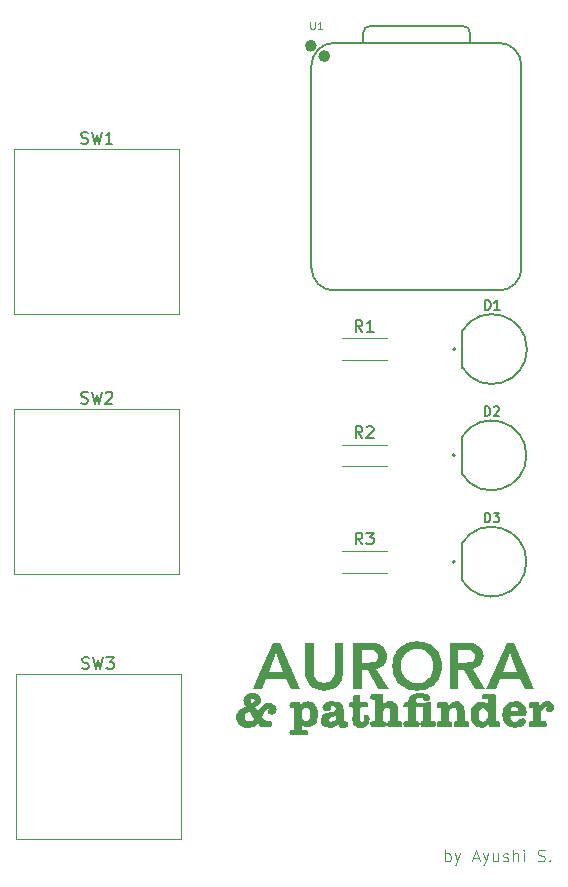
<source format=gbr>
%TF.GenerationSoftware,KiCad,Pcbnew,9.0.3*%
%TF.CreationDate,2025-07-19T15:28:30-07:00*%
%TF.ProjectId,ayushi_macropad,61797573-6869-45f6-9d61-63726f706164,rev?*%
%TF.SameCoordinates,Original*%
%TF.FileFunction,Legend,Top*%
%TF.FilePolarity,Positive*%
%FSLAX46Y46*%
G04 Gerber Fmt 4.6, Leading zero omitted, Abs format (unit mm)*
G04 Created by KiCad (PCBNEW 9.0.3) date 2025-07-19 15:28:30*
%MOMM*%
%LPD*%
G01*
G04 APERTURE LIST*
%ADD10C,0.100000*%
%ADD11C,0.200000*%
%ADD12C,0.150000*%
%ADD13C,0.101600*%
%ADD14C,0.127000*%
%ADD15C,0.120000*%
%ADD16C,0.504000*%
G04 APERTURE END LIST*
D10*
X149803884Y-129372419D02*
X149803884Y-128372419D01*
X149803884Y-128753371D02*
X149899122Y-128705752D01*
X149899122Y-128705752D02*
X150089598Y-128705752D01*
X150089598Y-128705752D02*
X150184836Y-128753371D01*
X150184836Y-128753371D02*
X150232455Y-128800990D01*
X150232455Y-128800990D02*
X150280074Y-128896228D01*
X150280074Y-128896228D02*
X150280074Y-129181942D01*
X150280074Y-129181942D02*
X150232455Y-129277180D01*
X150232455Y-129277180D02*
X150184836Y-129324800D01*
X150184836Y-129324800D02*
X150089598Y-129372419D01*
X150089598Y-129372419D02*
X149899122Y-129372419D01*
X149899122Y-129372419D02*
X149803884Y-129324800D01*
X150613408Y-128705752D02*
X150851503Y-129372419D01*
X151089598Y-128705752D02*
X150851503Y-129372419D01*
X150851503Y-129372419D02*
X150756265Y-129610514D01*
X150756265Y-129610514D02*
X150708646Y-129658133D01*
X150708646Y-129658133D02*
X150613408Y-129705752D01*
X152184837Y-129086704D02*
X152661027Y-129086704D01*
X152089599Y-129372419D02*
X152422932Y-128372419D01*
X152422932Y-128372419D02*
X152756265Y-129372419D01*
X152994361Y-128705752D02*
X153232456Y-129372419D01*
X153470551Y-128705752D02*
X153232456Y-129372419D01*
X153232456Y-129372419D02*
X153137218Y-129610514D01*
X153137218Y-129610514D02*
X153089599Y-129658133D01*
X153089599Y-129658133D02*
X152994361Y-129705752D01*
X154280075Y-128705752D02*
X154280075Y-129372419D01*
X153851504Y-128705752D02*
X153851504Y-129229561D01*
X153851504Y-129229561D02*
X153899123Y-129324800D01*
X153899123Y-129324800D02*
X153994361Y-129372419D01*
X153994361Y-129372419D02*
X154137218Y-129372419D01*
X154137218Y-129372419D02*
X154232456Y-129324800D01*
X154232456Y-129324800D02*
X154280075Y-129277180D01*
X154708647Y-129324800D02*
X154803885Y-129372419D01*
X154803885Y-129372419D02*
X154994361Y-129372419D01*
X154994361Y-129372419D02*
X155089599Y-129324800D01*
X155089599Y-129324800D02*
X155137218Y-129229561D01*
X155137218Y-129229561D02*
X155137218Y-129181942D01*
X155137218Y-129181942D02*
X155089599Y-129086704D01*
X155089599Y-129086704D02*
X154994361Y-129039085D01*
X154994361Y-129039085D02*
X154851504Y-129039085D01*
X154851504Y-129039085D02*
X154756266Y-128991466D01*
X154756266Y-128991466D02*
X154708647Y-128896228D01*
X154708647Y-128896228D02*
X154708647Y-128848609D01*
X154708647Y-128848609D02*
X154756266Y-128753371D01*
X154756266Y-128753371D02*
X154851504Y-128705752D01*
X154851504Y-128705752D02*
X154994361Y-128705752D01*
X154994361Y-128705752D02*
X155089599Y-128753371D01*
X155565790Y-129372419D02*
X155565790Y-128372419D01*
X155994361Y-129372419D02*
X155994361Y-128848609D01*
X155994361Y-128848609D02*
X155946742Y-128753371D01*
X155946742Y-128753371D02*
X155851504Y-128705752D01*
X155851504Y-128705752D02*
X155708647Y-128705752D01*
X155708647Y-128705752D02*
X155613409Y-128753371D01*
X155613409Y-128753371D02*
X155565790Y-128800990D01*
X156470552Y-129372419D02*
X156470552Y-128705752D01*
X156470552Y-128372419D02*
X156422933Y-128420038D01*
X156422933Y-128420038D02*
X156470552Y-128467657D01*
X156470552Y-128467657D02*
X156518171Y-128420038D01*
X156518171Y-128420038D02*
X156470552Y-128372419D01*
X156470552Y-128372419D02*
X156470552Y-128467657D01*
X157661028Y-129324800D02*
X157803885Y-129372419D01*
X157803885Y-129372419D02*
X158041980Y-129372419D01*
X158041980Y-129372419D02*
X158137218Y-129324800D01*
X158137218Y-129324800D02*
X158184837Y-129277180D01*
X158184837Y-129277180D02*
X158232456Y-129181942D01*
X158232456Y-129181942D02*
X158232456Y-129086704D01*
X158232456Y-129086704D02*
X158184837Y-128991466D01*
X158184837Y-128991466D02*
X158137218Y-128943847D01*
X158137218Y-128943847D02*
X158041980Y-128896228D01*
X158041980Y-128896228D02*
X157851504Y-128848609D01*
X157851504Y-128848609D02*
X157756266Y-128800990D01*
X157756266Y-128800990D02*
X157708647Y-128753371D01*
X157708647Y-128753371D02*
X157661028Y-128658133D01*
X157661028Y-128658133D02*
X157661028Y-128562895D01*
X157661028Y-128562895D02*
X157708647Y-128467657D01*
X157708647Y-128467657D02*
X157756266Y-128420038D01*
X157756266Y-128420038D02*
X157851504Y-128372419D01*
X157851504Y-128372419D02*
X158089599Y-128372419D01*
X158089599Y-128372419D02*
X158232456Y-128420038D01*
X158661028Y-129277180D02*
X158708647Y-129324800D01*
X158708647Y-129324800D02*
X158661028Y-129372419D01*
X158661028Y-129372419D02*
X158613409Y-129324800D01*
X158613409Y-129324800D02*
X158661028Y-129277180D01*
X158661028Y-129277180D02*
X158661028Y-129372419D01*
D11*
G36*
X133692923Y-115137312D02*
G01*
X133866133Y-115192573D01*
X134010790Y-115281102D01*
X134101839Y-115370228D01*
X134164871Y-115468243D01*
X134202758Y-115577118D01*
X134215771Y-115700040D01*
X134193652Y-115856232D01*
X134127187Y-115999889D01*
X134010973Y-116135830D01*
X133901924Y-116224543D01*
X133730887Y-116341177D01*
X133985877Y-116681163D01*
X134019583Y-116605692D01*
X134110352Y-116420956D01*
X134184446Y-116299228D01*
X134268184Y-116198429D01*
X134369611Y-116111241D01*
X134490727Y-116037095D01*
X134621631Y-115981706D01*
X134752827Y-115949152D01*
X134885851Y-115938360D01*
X135060045Y-115957149D01*
X135212605Y-116011653D01*
X135348386Y-116102124D01*
X135456803Y-116221668D01*
X135519425Y-116352914D01*
X135540544Y-116500912D01*
X135526456Y-116619037D01*
X135485326Y-116722817D01*
X135416163Y-116815802D01*
X135326659Y-116888560D01*
X135227410Y-116931309D01*
X135114829Y-116945861D01*
X134992344Y-116924792D01*
X134887133Y-116861964D01*
X134832363Y-116800777D01*
X134800826Y-116734309D01*
X134790230Y-116660097D01*
X134799737Y-116600388D01*
X134828332Y-116546707D01*
X134853428Y-116513185D01*
X134861854Y-116479663D01*
X134852439Y-116462010D01*
X134815509Y-116454384D01*
X134728565Y-116473257D01*
X134639245Y-116535084D01*
X134543117Y-116656067D01*
X134438907Y-116834675D01*
X134296554Y-117113839D01*
X134334656Y-117164947D01*
X134458952Y-117317083D01*
X134533958Y-117385865D01*
X134605537Y-117426840D01*
X134694502Y-117452993D01*
X134805251Y-117462435D01*
X134947308Y-117476913D01*
X135045079Y-117514823D01*
X135110717Y-117571978D01*
X135150937Y-117650234D01*
X135165570Y-117756992D01*
X135149023Y-117861960D01*
X135102189Y-117942006D01*
X135030528Y-117995501D01*
X134941538Y-118013447D01*
X134795725Y-117998609D01*
X134649912Y-117983954D01*
X134459586Y-117996594D01*
X134332824Y-118009234D01*
X134248162Y-117994831D01*
X134168143Y-117950432D01*
X134045411Y-117815976D01*
X133944112Y-117698374D01*
X133840747Y-117817202D01*
X133727962Y-117908589D01*
X133604675Y-117975345D01*
X133454069Y-118029127D01*
X133299504Y-118061278D01*
X133139576Y-118072065D01*
X132925148Y-118054621D01*
X132734826Y-118004259D01*
X132564352Y-117922246D01*
X132410511Y-117807550D01*
X132280755Y-117665369D01*
X132190344Y-117510873D01*
X132135894Y-117341211D01*
X132117236Y-117152124D01*
X132117609Y-117147911D01*
X132832379Y-117147911D01*
X132844864Y-117249700D01*
X132880752Y-117335322D01*
X132940457Y-117408579D01*
X133017994Y-117463491D01*
X133110974Y-117497358D01*
X133223656Y-117509330D01*
X133346550Y-117496853D01*
X133437796Y-117463168D01*
X133521584Y-117402705D01*
X133635266Y-117286763D01*
X133194347Y-116660280D01*
X132992728Y-116813146D01*
X132900889Y-116906294D01*
X132850811Y-117007358D01*
X132832379Y-117147911D01*
X132117609Y-117147911D01*
X132132479Y-116980163D01*
X132176410Y-116829059D01*
X132248105Y-116694854D01*
X132349019Y-116574724D01*
X132482868Y-116467206D01*
X132823220Y-116269736D01*
X132907301Y-116227787D01*
X132801335Y-116036956D01*
X132744353Y-115872690D01*
X132726866Y-115729166D01*
X132729677Y-115701688D01*
X133348220Y-115701688D01*
X133359227Y-115775920D01*
X133395875Y-115863153D01*
X133466006Y-115967669D01*
X133563447Y-115921898D01*
X133626829Y-115865335D01*
X133663732Y-115797449D01*
X133676482Y-115714328D01*
X133664162Y-115645228D01*
X133628122Y-115589764D01*
X133574172Y-115552352D01*
X133508138Y-115539755D01*
X133417542Y-115558652D01*
X133367078Y-115609568D01*
X133348220Y-115701688D01*
X132729677Y-115701688D01*
X132740318Y-115597652D01*
X132779273Y-115482276D01*
X132843622Y-115379570D01*
X132935877Y-115287330D01*
X133083777Y-115195764D01*
X133263728Y-115138244D01*
X133483958Y-115117704D01*
X133692923Y-115137312D01*
G37*
G36*
X138400878Y-115840232D02*
G01*
X138559983Y-115895324D01*
X138699783Y-115986052D01*
X138823534Y-116116046D01*
X138918187Y-116267559D01*
X138988702Y-116446577D01*
X139033600Y-116658176D01*
X139049581Y-116908492D01*
X139033237Y-117167538D01*
X138987409Y-117385648D01*
X138915616Y-117569340D01*
X138819504Y-117724019D01*
X138693407Y-117856709D01*
X138550759Y-117949355D01*
X138388212Y-118005638D01*
X138200348Y-118025170D01*
X138051107Y-118010206D01*
X137920263Y-117966919D01*
X137831994Y-117916689D01*
X137677547Y-117809199D01*
X137677547Y-118137095D01*
X137690724Y-118215134D01*
X137723695Y-118255044D01*
X137778297Y-118268803D01*
X137874651Y-118256346D01*
X137983644Y-118247920D01*
X138069254Y-118261997D01*
X138126371Y-118300222D01*
X138162609Y-118364404D01*
X138176535Y-118465724D01*
X138159027Y-118579096D01*
X138112222Y-118653340D01*
X138035380Y-118699415D01*
X137916233Y-118716866D01*
X137685423Y-118701113D01*
X137303489Y-118681695D01*
X136946650Y-118713019D01*
X136870996Y-118716866D01*
X136771056Y-118697166D01*
X136690561Y-118638647D01*
X136637663Y-118551199D01*
X136619120Y-118437697D01*
X136633994Y-118326859D01*
X136672498Y-118257111D01*
X136732687Y-118215921D01*
X136822269Y-118200842D01*
X136884368Y-118215130D01*
X136954893Y-118233815D01*
X136988713Y-118217515D01*
X137016240Y-118153462D01*
X137029448Y-117994213D01*
X137029448Y-116920949D01*
X137685973Y-116920949D01*
X137697685Y-117096157D01*
X137729581Y-117234059D01*
X137778114Y-117341901D01*
X137849567Y-117431047D01*
X137930717Y-117480910D01*
X138025593Y-117497606D01*
X138123439Y-117480825D01*
X138207313Y-117430820D01*
X138281315Y-117341901D01*
X138332174Y-117233752D01*
X138365468Y-117095851D01*
X138377669Y-116920949D01*
X138365764Y-116748807D01*
X138333196Y-116612237D01*
X138283330Y-116504392D01*
X138210768Y-116415213D01*
X138128930Y-116365354D01*
X138033836Y-116348688D01*
X137933243Y-116365361D01*
X137849506Y-116414338D01*
X137778114Y-116500179D01*
X137729851Y-116605395D01*
X137697831Y-116742905D01*
X137685973Y-116920949D01*
X137029448Y-116920949D01*
X137029448Y-116602395D01*
X137016761Y-116442126D01*
X136990541Y-116378478D01*
X136958923Y-116362609D01*
X136884368Y-116386240D01*
X136818056Y-116395765D01*
X136730566Y-116380896D01*
X136671611Y-116340179D01*
X136633770Y-116270990D01*
X136619120Y-116160743D01*
X136636382Y-116047545D01*
X136685432Y-115959426D01*
X136761085Y-115899663D01*
X136855425Y-115879741D01*
X136885101Y-115879741D01*
X137032745Y-115904837D01*
X137155111Y-115914912D01*
X137382990Y-115894945D01*
X137463224Y-115884870D01*
X137519807Y-115899748D01*
X137554620Y-115943671D01*
X137568736Y-116031050D01*
X137568736Y-116156346D01*
X137710956Y-116005903D01*
X137864241Y-115903032D01*
X138031406Y-115841925D01*
X138217201Y-115821123D01*
X138400878Y-115840232D01*
G37*
G36*
X140606733Y-115839726D02*
G01*
X140824670Y-115888504D01*
X140979405Y-115959426D01*
X141078244Y-116044540D01*
X141151798Y-116160595D01*
X141199906Y-116315449D01*
X141217725Y-116520512D01*
X141217725Y-117386964D01*
X141228036Y-117471254D01*
X141251474Y-117509511D01*
X141285319Y-117521053D01*
X141348700Y-117521053D01*
X141378192Y-117521053D01*
X141468156Y-117537778D01*
X141542873Y-117587548D01*
X141593534Y-117661060D01*
X141610467Y-117749298D01*
X141596948Y-117834247D01*
X141556833Y-117907806D01*
X141486453Y-117973330D01*
X141399909Y-118020189D01*
X141295663Y-118049782D01*
X141169548Y-118060341D01*
X141004353Y-118041100D01*
X140877647Y-117987968D01*
X140780196Y-117902898D01*
X140707562Y-117781172D01*
X140552119Y-117904352D01*
X140385987Y-117990640D01*
X140206546Y-118042612D01*
X140010188Y-118060341D01*
X139795267Y-118039250D01*
X139621732Y-117980346D01*
X139480792Y-117886502D01*
X139394924Y-117792996D01*
X139333925Y-117686507D01*
X139296413Y-117564447D01*
X139283321Y-117423051D01*
X139290165Y-117353808D01*
X139955233Y-117353808D01*
X139969602Y-117437298D01*
X140009076Y-117493773D01*
X140076460Y-117530183D01*
X140184211Y-117544317D01*
X140326572Y-117527331D01*
X140427784Y-117481758D01*
X140498799Y-117410199D01*
X140544223Y-117307737D01*
X140561200Y-117163115D01*
X140561200Y-117071891D01*
X140188241Y-117175389D01*
X140043381Y-117229323D01*
X139975310Y-117288519D01*
X139955233Y-117353808D01*
X139290165Y-117353808D01*
X139300289Y-117251382D01*
X139347430Y-117114604D01*
X139422204Y-117005161D01*
X139526388Y-116918319D01*
X139665806Y-116852805D01*
X139836751Y-116803878D01*
X140044260Y-116760664D01*
X140317228Y-116700037D01*
X140449825Y-116645259D01*
X140509251Y-116594346D01*
X140544533Y-116529456D01*
X140556987Y-116445957D01*
X140537042Y-116358437D01*
X140475471Y-116284757D01*
X140386115Y-116236621D01*
X140272871Y-116219727D01*
X140188927Y-116232075D01*
X140148211Y-116261648D01*
X140134935Y-116307838D01*
X140139148Y-116366639D01*
X140139148Y-116383492D01*
X140128362Y-116457201D01*
X140096406Y-116522089D01*
X140040963Y-116580779D01*
X139933160Y-116639787D01*
X139796598Y-116660464D01*
X139689174Y-116648704D01*
X139598500Y-116615073D01*
X139520908Y-116559897D01*
X139460419Y-116486904D01*
X139424588Y-116404049D01*
X139412281Y-116308021D01*
X139426631Y-116202590D01*
X139468872Y-116110039D01*
X139541279Y-116026765D01*
X139650418Y-115951366D01*
X139814808Y-115883321D01*
X140029414Y-115837947D01*
X140306577Y-115821123D01*
X140606733Y-115839726D01*
G37*
G36*
X142629143Y-116458597D02*
G01*
X142629143Y-116630605D01*
X142624930Y-116890724D01*
X142616503Y-117171908D01*
X142612290Y-117285298D01*
X142625458Y-117407067D01*
X142658106Y-117479465D01*
X142705605Y-117519082D01*
X142771842Y-117532777D01*
X142835401Y-117520131D01*
X142880407Y-117483966D01*
X142910932Y-117418825D01*
X142923150Y-117310394D01*
X142918937Y-117260019D01*
X142918937Y-117205614D01*
X142914724Y-117163665D01*
X142930243Y-117060723D01*
X142971496Y-116993778D01*
X143038649Y-116952584D01*
X143142053Y-116937069D01*
X143232472Y-116952018D01*
X143301788Y-116994680D01*
X143355329Y-117068358D01*
X143392531Y-117184116D01*
X143407117Y-117358754D01*
X143393509Y-117521829D01*
X143355058Y-117659216D01*
X143293698Y-117775648D01*
X143209098Y-117874595D01*
X143105355Y-117952882D01*
X142981611Y-118010634D01*
X142833908Y-118047279D01*
X142657170Y-118060341D01*
X142462404Y-118043612D01*
X142309115Y-117997665D01*
X142188584Y-117926251D01*
X142094674Y-117829353D01*
X142024513Y-117703206D01*
X141978893Y-117540793D01*
X141962177Y-117332559D01*
X141972618Y-116981215D01*
X141983243Y-116629689D01*
X141983243Y-116495966D01*
X141976946Y-116401311D01*
X141964192Y-116364258D01*
X141936702Y-116345314D01*
X141873700Y-116336964D01*
X141806289Y-116336964D01*
X141733553Y-116321595D01*
X141675680Y-116275598D01*
X141638430Y-116207279D01*
X141625122Y-116116779D01*
X141638623Y-116025250D01*
X141677695Y-115949717D01*
X141736678Y-115896295D01*
X141801709Y-115879741D01*
X141881577Y-115879741D01*
X141965886Y-115862750D01*
X141999363Y-115820940D01*
X142012002Y-115707916D01*
X142012002Y-115502386D01*
X142022191Y-115408017D01*
X142048844Y-115343796D01*
X142089305Y-115301252D01*
X142184192Y-115263273D01*
X142371039Y-115246664D01*
X142503892Y-115259471D01*
X142569426Y-115288613D01*
X142605729Y-115346358D01*
X142621632Y-115472894D01*
X142621632Y-115699490D01*
X142629318Y-115809034D01*
X142644713Y-115850432D01*
X142678636Y-115870378D01*
X142764148Y-115879741D01*
X143066032Y-115879741D01*
X143179755Y-115896099D01*
X143252722Y-115939105D01*
X143296882Y-116007967D01*
X143313328Y-116112566D01*
X143298082Y-116214800D01*
X143257660Y-116281076D01*
X143192112Y-116321702D01*
X143091495Y-116336964D01*
X142750959Y-116336964D01*
X142673787Y-116346450D01*
X142645812Y-116366456D01*
X142634031Y-116400377D01*
X142629143Y-116458597D01*
G37*
G36*
X144526727Y-115310228D02*
G01*
X144526727Y-116071716D01*
X144705419Y-115933283D01*
X144831359Y-115862339D01*
X144962808Y-115823715D01*
X145135990Y-115809399D01*
X145330885Y-115826977D01*
X145483337Y-115875231D01*
X145602480Y-115950414D01*
X145694513Y-116053032D01*
X145750570Y-116168612D01*
X145789568Y-116336635D01*
X145804605Y-116574185D01*
X145804605Y-117296838D01*
X145818231Y-117433068D01*
X145847727Y-117490952D01*
X145886854Y-117506948D01*
X145944556Y-117502369D01*
X146010319Y-117497606D01*
X146090111Y-117511096D01*
X146143793Y-117547985D01*
X146178187Y-117610551D01*
X146191486Y-117710097D01*
X146173274Y-117846814D01*
X146126206Y-117932673D01*
X146052816Y-117983244D01*
X145943824Y-118001723D01*
X145733897Y-117984138D01*
X145523970Y-117966552D01*
X145324485Y-117984138D01*
X145125183Y-118001723D01*
X145029470Y-117983328D01*
X144955190Y-117929549D01*
X144907277Y-117848182D01*
X144890160Y-117738490D01*
X144902589Y-117634441D01*
X144934559Y-117567990D01*
X144983198Y-117527669D01*
X145052826Y-117509330D01*
X145115721Y-117499300D01*
X145142585Y-117475807D01*
X145154604Y-117436242D01*
X145159804Y-117362601D01*
X145159804Y-116720547D01*
X145146281Y-116581516D01*
X145111106Y-116486701D01*
X145058676Y-116423856D01*
X144987830Y-116385848D01*
X144892175Y-116372135D01*
X144763011Y-116391315D01*
X144666553Y-116444843D01*
X144594417Y-116534279D01*
X144545592Y-116670573D01*
X144526727Y-116871856D01*
X144526727Y-117367547D01*
X144533062Y-117446987D01*
X144546144Y-117478738D01*
X144575064Y-117496642D01*
X144651290Y-117514459D01*
X144722538Y-117544758D01*
X144767054Y-117609329D01*
X144784647Y-117724385D01*
X144767502Y-117854830D01*
X144723317Y-117936450D01*
X144654736Y-117984298D01*
X144553288Y-118001723D01*
X144372121Y-117984138D01*
X144132336Y-117966552D01*
X143942925Y-117979741D01*
X143728419Y-118001723D01*
X143624462Y-117981938D01*
X143543222Y-117924054D01*
X143490159Y-117837197D01*
X143471598Y-117724752D01*
X143486532Y-117612695D01*
X143525133Y-117542314D01*
X143585332Y-117500852D01*
X143674747Y-117485699D01*
X143743073Y-117497606D01*
X143811584Y-117509330D01*
X143843286Y-117493705D01*
X143869358Y-117431610D01*
X143881926Y-117276139D01*
X143881926Y-115888351D01*
X143869331Y-115732785D01*
X143843198Y-115670627D01*
X143811400Y-115654977D01*
X143736845Y-115672013D01*
X143670533Y-115680622D01*
X143582862Y-115665833D01*
X143523918Y-115625410D01*
X143486182Y-115556907D01*
X143471598Y-115447981D01*
X143490259Y-115330813D01*
X143542855Y-115242817D01*
X143623763Y-115184491D01*
X143727137Y-115164598D01*
X143886139Y-115176322D01*
X144045324Y-115188046D01*
X144269173Y-115176322D01*
X144413703Y-115164598D01*
X144475116Y-115179910D01*
X144512027Y-115224131D01*
X144526727Y-115310228D01*
G37*
G36*
X148214916Y-115815811D02*
G01*
X148090306Y-115797106D01*
X147994914Y-115744370D01*
X147930581Y-115662568D01*
X147909002Y-115559173D01*
X147797408Y-115518101D01*
X147682772Y-115504584D01*
X147538408Y-115518349D01*
X147440334Y-115554055D01*
X147375680Y-115607023D01*
X147336796Y-115678193D01*
X147322819Y-115773862D01*
X147322819Y-115824420D01*
X147332433Y-115870660D01*
X147359561Y-115901153D01*
X147408731Y-115919125D01*
X147533858Y-115928655D01*
X147909368Y-115933780D01*
X148357615Y-115917110D01*
X148483461Y-115912897D01*
X148533653Y-115904288D01*
X148581607Y-115917504D01*
X148611735Y-115957309D01*
X148624145Y-116038011D01*
X148624145Y-117296106D01*
X148637832Y-117434587D01*
X148667385Y-117493213D01*
X148706393Y-117509330D01*
X148784795Y-117502185D01*
X148850558Y-117497606D01*
X148919210Y-117510452D01*
X148966874Y-117546553D01*
X148998518Y-117610104D01*
X149011025Y-117714127D01*
X148993484Y-117849983D01*
X148948448Y-117934577D01*
X148878969Y-117983858D01*
X148776735Y-118001723D01*
X148534019Y-117980474D01*
X148278663Y-117967651D01*
X148086322Y-117984687D01*
X147902224Y-118001723D01*
X147821446Y-117985590D01*
X147764175Y-117939398D01*
X147725280Y-117856078D01*
X147709699Y-117717241D01*
X147720909Y-117615317D01*
X147748784Y-117554462D01*
X147789561Y-117520964D01*
X147846720Y-117509330D01*
X147875662Y-117513543D01*
X147904788Y-117513543D01*
X147937171Y-117503614D01*
X147958521Y-117472281D01*
X147967620Y-117406015D01*
X147967620Y-117277604D01*
X147967620Y-116478564D01*
X147949645Y-116383472D01*
X147905338Y-116341910D01*
X147776378Y-116329453D01*
X147564070Y-116329453D01*
X147464235Y-116329453D01*
X147379683Y-116339361D01*
X147345717Y-116360778D01*
X147330566Y-116405544D01*
X147322819Y-116529488D01*
X147322819Y-117284199D01*
X147338319Y-117462571D01*
X147365317Y-117505116D01*
X147407998Y-117513543D01*
X147442254Y-117513543D01*
X147476325Y-117509330D01*
X147528153Y-117520891D01*
X147566281Y-117555132D01*
X147593179Y-117619536D01*
X147604187Y-117730064D01*
X147590564Y-117841401D01*
X147553079Y-117925336D01*
X147492725Y-117983006D01*
X147416608Y-118001723D01*
X147211261Y-117976261D01*
X147005730Y-117967651D01*
X146720516Y-117980474D01*
X146502529Y-118001723D01*
X146407309Y-117982133D01*
X146332719Y-117924054D01*
X146284868Y-117837174D01*
X146267690Y-117720539D01*
X146281987Y-117609539D01*
X146318675Y-117540467D01*
X146375228Y-117500265D01*
X146458382Y-117485699D01*
X146566277Y-117505849D01*
X146599249Y-117509330D01*
X146635613Y-117492834D01*
X146664392Y-117429963D01*
X146678018Y-117276688D01*
X146678018Y-116433318D01*
X146672923Y-116376492D01*
X146661348Y-116348138D01*
X146637967Y-116332155D01*
X146586793Y-116325240D01*
X146458199Y-116325240D01*
X146372753Y-116311722D01*
X146316398Y-116275369D01*
X146281125Y-116215168D01*
X146267690Y-116121175D01*
X146282276Y-116014073D01*
X146320157Y-115946399D01*
X146379673Y-115906226D01*
X146468640Y-115891465D01*
X146573421Y-115891465D01*
X146644465Y-115884178D01*
X146673804Y-115868567D01*
X146688911Y-115837254D01*
X146699084Y-115761955D01*
X146723707Y-115596172D01*
X146780512Y-115460367D01*
X146868865Y-115348100D01*
X146992784Y-115255940D01*
X147160407Y-115183958D01*
X147383170Y-115135688D01*
X147675078Y-115117704D01*
X147948384Y-115132776D01*
X148156982Y-115173082D01*
X148313834Y-115232742D01*
X148419299Y-115300365D01*
X148488509Y-115375070D01*
X148528535Y-115457956D01*
X148542079Y-115552395D01*
X148531678Y-115626121D01*
X148501393Y-115688593D01*
X148449755Y-115742721D01*
X148347872Y-115796623D01*
X148214916Y-115815811D01*
G37*
G36*
X150010467Y-115997161D02*
G01*
X150010467Y-116198845D01*
X150186036Y-116026355D01*
X150364014Y-115910598D01*
X150547198Y-115843447D01*
X150739898Y-115821123D01*
X150912906Y-115835755D01*
X151056206Y-115876819D01*
X151175441Y-115941946D01*
X151274698Y-116031415D01*
X151356123Y-116148103D01*
X151404907Y-116264827D01*
X151439207Y-116435137D01*
X151452477Y-116676034D01*
X151452477Y-117304532D01*
X151466469Y-117442923D01*
X151496832Y-117501923D01*
X151537290Y-117518306D01*
X151600854Y-117505849D01*
X151664419Y-117497606D01*
X151746817Y-117511424D01*
X151802116Y-117549133D01*
X151837445Y-117612900D01*
X151851081Y-117714127D01*
X151832756Y-117848064D01*
X151785115Y-117932802D01*
X151710145Y-117983188D01*
X151597923Y-118001723D01*
X151395324Y-117985054D01*
X151192908Y-117968201D01*
X150969426Y-117985054D01*
X150775252Y-118001723D01*
X150662613Y-117984480D01*
X150589035Y-117938477D01*
X150543515Y-117863184D01*
X150526308Y-117746734D01*
X150539503Y-117641221D01*
X150573713Y-117573219D01*
X150626483Y-117531466D01*
X150703079Y-117512444D01*
X150771005Y-117495511D01*
X150806885Y-117461658D01*
X150819399Y-117408030D01*
X150819399Y-116822946D01*
X150810307Y-116660231D01*
X150787369Y-116551472D01*
X150755652Y-116482044D01*
X150705649Y-116429209D01*
X150635755Y-116396075D01*
X150538948Y-116383859D01*
X150427798Y-116397339D01*
X150333498Y-116436194D01*
X150252084Y-116500912D01*
X150190105Y-116584715D01*
X150152529Y-116682304D01*
X150139427Y-116797667D01*
X150139427Y-117232541D01*
X150145346Y-117402618D01*
X150156463Y-117460237D01*
X150185416Y-117490765D01*
X150255015Y-117512444D01*
X150320906Y-117533596D01*
X150367178Y-117574676D01*
X150397432Y-117639605D01*
X150409071Y-117738307D01*
X150392653Y-117861878D01*
X150350245Y-117939425D01*
X150284179Y-117985059D01*
X150186139Y-118001723D01*
X150030617Y-117989084D01*
X149799258Y-117968201D01*
X149574310Y-117985054D01*
X149349180Y-118001723D01*
X149230165Y-117983019D01*
X149151823Y-117932798D01*
X149102903Y-117849832D01*
X149084298Y-117720539D01*
X149099026Y-117610597D01*
X149137138Y-117541445D01*
X149196678Y-117500633D01*
X149285249Y-117485699D01*
X149360537Y-117502002D01*
X149423368Y-117518306D01*
X149455539Y-117502544D01*
X149481923Y-117440092D01*
X149494626Y-117284016D01*
X149494626Y-116605692D01*
X149481859Y-116446393D01*
X149455415Y-116382917D01*
X149423368Y-116367006D01*
X149358339Y-116381294D01*
X149285066Y-116395582D01*
X149196281Y-116380790D01*
X149136813Y-116340490D01*
X149098908Y-116272501D01*
X149084298Y-116164773D01*
X149102357Y-116048138D01*
X149153358Y-115959242D01*
X149232581Y-115899844D01*
X149335441Y-115879558D01*
X149478872Y-115900441D01*
X149588415Y-115913080D01*
X149761523Y-115896411D01*
X149896528Y-115879558D01*
X149960869Y-115893171D01*
X149996923Y-115930047D01*
X150010467Y-115997161D01*
G37*
G36*
X154001732Y-115178450D02*
G01*
X154053114Y-115212958D01*
X154081123Y-115273248D01*
X154093230Y-115391927D01*
X154093230Y-117308012D01*
X154106561Y-117448196D01*
X154135104Y-117506849D01*
X154172182Y-117522702D01*
X154234647Y-117507498D01*
X154301142Y-117497606D01*
X154379771Y-117511018D01*
X154432813Y-117547779D01*
X154466903Y-117610328D01*
X154480111Y-117710097D01*
X154463563Y-117830232D01*
X154417646Y-117920390D01*
X154345095Y-117981306D01*
X154251317Y-118001723D01*
X154225854Y-118001723D01*
X154077843Y-117975345D01*
X153934045Y-117966552D01*
X153752145Y-117975894D01*
X153638023Y-117990000D01*
X153565272Y-117973459D01*
X153523250Y-117927409D01*
X153507048Y-117841072D01*
X153507048Y-117688299D01*
X153409074Y-117824687D01*
X153297017Y-117927157D01*
X153169479Y-117999953D01*
X153023366Y-118044719D01*
X152854187Y-118060341D01*
X152669480Y-118040345D01*
X152505125Y-117981956D01*
X152356331Y-117884418D01*
X152220193Y-117742887D01*
X152113856Y-117578709D01*
X152036391Y-117393162D01*
X151988124Y-117182488D01*
X151971249Y-116942015D01*
X151972577Y-116922780D01*
X152643161Y-116922780D01*
X152643161Y-116977918D01*
X152655610Y-117147927D01*
X152689524Y-117280991D01*
X152741346Y-117384583D01*
X152816237Y-117468237D01*
X152903344Y-117516361D01*
X153007144Y-117532777D01*
X153121750Y-117515036D01*
X153219931Y-117462745D01*
X153306280Y-117371760D01*
X153367725Y-117258879D01*
X153407089Y-117118562D01*
X153421318Y-116944030D01*
X153407169Y-116775134D01*
X153367934Y-116638940D01*
X153306463Y-116528939D01*
X153220454Y-116441059D01*
X153120097Y-116389761D01*
X153000366Y-116372135D01*
X152903112Y-116388168D01*
X152818616Y-116435967D01*
X152742995Y-116520512D01*
X152690125Y-116624064D01*
X152655731Y-116755799D01*
X152643161Y-116922780D01*
X151972577Y-116922780D01*
X151988213Y-116696232D01*
X152036270Y-116485415D01*
X152112587Y-116303967D01*
X152216346Y-116147370D01*
X152349646Y-116013933D01*
X152498742Y-115920693D01*
X152666915Y-115864135D01*
X152859316Y-115844570D01*
X153012716Y-115859485D01*
X153160012Y-115904209D01*
X153303755Y-115980368D01*
X153445865Y-116091683D01*
X153445865Y-115793096D01*
X153431718Y-115703308D01*
X153397109Y-115658609D01*
X153341451Y-115643620D01*
X153240334Y-115652046D01*
X153130975Y-115668715D01*
X153058114Y-115652272D01*
X152996336Y-115601488D01*
X152955933Y-115527472D01*
X152941748Y-115433326D01*
X152960774Y-115312701D01*
X153011904Y-115233214D01*
X153096484Y-115183515D01*
X153228428Y-115164598D01*
X153363616Y-115169361D01*
X153591311Y-115188046D01*
X153751596Y-115176322D01*
X153907667Y-115164598D01*
X154001732Y-115178450D01*
G37*
G36*
X155937073Y-115838578D02*
G01*
X156125869Y-115888144D01*
X156288369Y-115967450D01*
X156428803Y-116076662D01*
X156543872Y-116212432D01*
X156626573Y-116368516D01*
X156677883Y-116548884D01*
X156695882Y-116759016D01*
X156682061Y-116918849D01*
X156651552Y-116993489D01*
X156592612Y-117035040D01*
X156476980Y-117052107D01*
X155449694Y-117052107D01*
X155381406Y-117057013D01*
X155354989Y-117066945D01*
X155341954Y-117088485D01*
X155335938Y-117141133D01*
X155349042Y-117255141D01*
X155386828Y-117352749D01*
X155449511Y-117437705D01*
X155531669Y-117503423D01*
X155625838Y-117542670D01*
X155735825Y-117556224D01*
X155846570Y-117537412D01*
X155965597Y-117476463D01*
X156097976Y-117361318D01*
X156188766Y-117283533D01*
X156280404Y-117239971D01*
X156375863Y-117225764D01*
X156492479Y-117244460D01*
X156580111Y-117297205D01*
X156638480Y-117377534D01*
X156658147Y-117477456D01*
X156642671Y-117590250D01*
X156596127Y-117694760D01*
X156514869Y-117794330D01*
X156391067Y-117890532D01*
X156206171Y-117982665D01*
X155991774Y-118040128D01*
X155741503Y-118060341D01*
X155494616Y-118039867D01*
X155283158Y-117981617D01*
X155100741Y-117888051D01*
X154942646Y-117758457D01*
X154814716Y-117599024D01*
X154722183Y-117415088D01*
X154664517Y-117201920D01*
X154644242Y-116953189D01*
X154664305Y-116702445D01*
X154705181Y-116547807D01*
X155357187Y-116547807D01*
X155369827Y-116589755D01*
X155391115Y-116600811D01*
X155458487Y-116606608D01*
X155931280Y-116606608D01*
X155987884Y-116601769D01*
X156009132Y-116591953D01*
X156023970Y-116539380D01*
X156013592Y-116470927D01*
X155982258Y-116408062D01*
X155926884Y-116348504D01*
X155821923Y-116287258D01*
X155699005Y-116266622D01*
X155592690Y-116281328D01*
X155502669Y-116324068D01*
X155424781Y-116396681D01*
X155372014Y-116481269D01*
X155357187Y-116547807D01*
X154705181Y-116547807D01*
X154721512Y-116486025D01*
X154813465Y-116297930D01*
X154940631Y-116133632D01*
X155098499Y-115998121D01*
X155277375Y-115901442D01*
X155481405Y-115841891D01*
X155716407Y-115821123D01*
X155937073Y-115838578D01*
G37*
G36*
X157792044Y-115998627D02*
G01*
X157792044Y-116356564D01*
X157861567Y-116159006D01*
X157931446Y-116040942D01*
X158032426Y-115940527D01*
X158150142Y-115869089D01*
X158287921Y-115824926D01*
X158450767Y-115809399D01*
X158599550Y-115826534D01*
X158728109Y-115876132D01*
X158841128Y-115958693D01*
X158929532Y-116066446D01*
X158981723Y-116187516D01*
X158999581Y-116326523D01*
X158987812Y-116437604D01*
X158954276Y-116530918D01*
X158899563Y-116610272D01*
X158826753Y-116672227D01*
X158743240Y-116708983D01*
X158645490Y-116721646D01*
X158537118Y-116702665D01*
X158447653Y-116646725D01*
X158386668Y-116563282D01*
X158366503Y-116463909D01*
X158376987Y-116401528D01*
X158417245Y-116301793D01*
X158391599Y-116301793D01*
X158260286Y-116320673D01*
X158156438Y-116374328D01*
X158073223Y-116464478D01*
X158009115Y-116600563D01*
X157952878Y-116850903D01*
X157932728Y-117151941D01*
X157932728Y-117311859D01*
X157941019Y-117449510D01*
X157958007Y-117505483D01*
X157980020Y-117523870D01*
X158017175Y-117530762D01*
X158122871Y-117514275D01*
X158224537Y-117497606D01*
X158310673Y-117513807D01*
X158382990Y-117562269D01*
X158432192Y-117633569D01*
X158448569Y-117718340D01*
X158427860Y-117829797D01*
X158366687Y-117920390D01*
X158276116Y-117981291D01*
X158167201Y-118001723D01*
X157931995Y-117979741D01*
X157667297Y-117966552D01*
X157385746Y-117979741D01*
X157137901Y-118001723D01*
X157021346Y-117983169D01*
X156944333Y-117933196D01*
X156896026Y-117850259D01*
X156877599Y-117720539D01*
X156892327Y-117610597D01*
X156930438Y-117541445D01*
X156989978Y-117500633D01*
X157078550Y-117485699D01*
X157153838Y-117502002D01*
X157216669Y-117518306D01*
X157248777Y-117502469D01*
X157275192Y-117439505D01*
X157287927Y-117281817D01*
X157287927Y-116597449D01*
X157275128Y-116436537D01*
X157248654Y-116372551D01*
X157216669Y-116356564D01*
X157151639Y-116370303D01*
X157078367Y-116384042D01*
X156989582Y-116369249D01*
X156930114Y-116328949D01*
X156892208Y-116260961D01*
X156877599Y-116153232D01*
X156895142Y-116036421D01*
X156944460Y-115947702D01*
X157020641Y-115887949D01*
X157115553Y-115868018D01*
X157232423Y-115885054D01*
X157374389Y-115902090D01*
X157520568Y-115885054D01*
X157662534Y-115868018D01*
X157735953Y-115883285D01*
X157776798Y-115924376D01*
X157792044Y-115998627D01*
G37*
D10*
G36*
X137540265Y-114820000D02*
G01*
X136734508Y-114820000D01*
X136365212Y-113913370D01*
X134647208Y-113913370D01*
X134289148Y-114820000D01*
X133500000Y-114820000D01*
X134160835Y-113303740D01*
X134887787Y-113303740D01*
X136119016Y-113303740D01*
X135508897Y-111691981D01*
X134887787Y-113303740D01*
X134160835Y-113303740D01*
X135223621Y-110865219D01*
X135833496Y-110865219D01*
X137540265Y-114820000D01*
G37*
G36*
X141155792Y-113363579D02*
G01*
X141141466Y-113598938D01*
X141099962Y-113812637D01*
X141032693Y-114007648D01*
X140885831Y-114275227D01*
X140696859Y-114495645D01*
X140466580Y-114672240D01*
X140193230Y-114805101D01*
X139893368Y-114885982D01*
X139560886Y-114913789D01*
X139228370Y-114885987D01*
X138928297Y-114805101D01*
X138654638Y-114672393D01*
X138421981Y-114495645D01*
X138289842Y-114353339D01*
X138178067Y-114191373D01*
X138086147Y-114007648D01*
X138020517Y-113812778D01*
X137979979Y-113599063D01*
X137965980Y-113363579D01*
X137965980Y-110865219D01*
X138671109Y-110865219D01*
X138671109Y-113338911D01*
X138681929Y-113484987D01*
X138715806Y-113642749D01*
X138775120Y-113794845D01*
X138864061Y-113935352D01*
X138982311Y-114055477D01*
X139138346Y-114155415D01*
X139321906Y-114218528D01*
X139560886Y-114241632D01*
X139799865Y-114218528D01*
X139983426Y-114155415D01*
X140139413Y-114055464D01*
X140257466Y-113935352D01*
X140346541Y-113794823D01*
X140405722Y-113642749D01*
X140439784Y-113484979D01*
X140450662Y-113338911D01*
X140450662Y-110865219D01*
X141155792Y-110865219D01*
X141155792Y-113363579D01*
G37*
G36*
X143682450Y-110878699D02*
G01*
X143951395Y-110918464D01*
X144205534Y-110991573D01*
X144424249Y-111100181D01*
X144609811Y-111250483D01*
X144754466Y-111446762D01*
X144820218Y-111597086D01*
X144862405Y-111779395D01*
X144877564Y-112000460D01*
X144849661Y-112279016D01*
X144769848Y-112516703D01*
X144639672Y-112721953D01*
X144511594Y-112850097D01*
X144358482Y-112951365D01*
X144176421Y-113026529D01*
X143959944Y-113074152D01*
X145011898Y-114820000D01*
X144161200Y-114820000D01*
X143243579Y-113147424D01*
X142728715Y-113147424D01*
X142728715Y-114820000D01*
X142023586Y-114820000D01*
X142023586Y-112537794D01*
X142728715Y-112537794D01*
X143277041Y-112537794D01*
X143579169Y-112524117D01*
X143725841Y-112500105D01*
X143856140Y-112457683D01*
X143970563Y-112390891D01*
X144060572Y-112296971D01*
X144117413Y-112174896D01*
X144138974Y-111995331D01*
X144119362Y-111835041D01*
X144066189Y-111718604D01*
X143982295Y-111626578D01*
X143875924Y-111560823D01*
X143753864Y-111517577D01*
X143615561Y-111491458D01*
X143338590Y-111474849D01*
X142728715Y-111474849D01*
X142728715Y-112537794D01*
X142023586Y-112537794D01*
X142023586Y-110865219D01*
X143400139Y-110865219D01*
X143682450Y-110878699D01*
G37*
G36*
X147735837Y-110769150D02*
G01*
X148018354Y-110815364D01*
X148279378Y-110892819D01*
X148527259Y-111003561D01*
X148748293Y-111142086D01*
X148945184Y-111309009D01*
X149116742Y-111502226D01*
X149262058Y-111721131D01*
X149381646Y-111968464D01*
X149467333Y-112229866D01*
X149520212Y-112515544D01*
X149538450Y-112829176D01*
X149520280Y-113135244D01*
X149467471Y-113415367D01*
X149381646Y-113673035D01*
X149262346Y-113916747D01*
X149117074Y-114133950D01*
X148945184Y-114327117D01*
X148748661Y-114494998D01*
X148527583Y-114637330D01*
X148279378Y-114754542D01*
X148017912Y-114839328D01*
X147735365Y-114892877D01*
X147428681Y-114913789D01*
X147125533Y-114896702D01*
X146845738Y-114846896D01*
X146586287Y-114765778D01*
X146340058Y-114651925D01*
X146120870Y-114512371D01*
X145926099Y-114346657D01*
X145756083Y-114155472D01*
X145611662Y-113939292D01*
X145492323Y-113695505D01*
X145406635Y-113437849D01*
X145353907Y-113157725D01*
X145335764Y-112851646D01*
X145338354Y-112806950D01*
X146074598Y-112806950D01*
X146099742Y-113116098D01*
X146172540Y-113392400D01*
X146291983Y-113643823D01*
X146449511Y-113854996D01*
X146645220Y-114028518D01*
X146877424Y-114161521D01*
X147137110Y-114244214D01*
X147434542Y-114272896D01*
X147732135Y-114244284D01*
X147994103Y-114161521D01*
X148228768Y-114028335D01*
X148424947Y-113854996D01*
X148582475Y-113643823D01*
X148701919Y-113392400D01*
X148774717Y-113116098D01*
X148799860Y-112806950D01*
X148774928Y-112518742D01*
X148701919Y-112255205D01*
X148582963Y-112013610D01*
X148424947Y-111806531D01*
X148228834Y-111635791D01*
X147994103Y-111505380D01*
X147732272Y-111424640D01*
X147434542Y-111396692D01*
X147136971Y-111424709D01*
X146877424Y-111505380D01*
X146645156Y-111635609D01*
X146449511Y-111806531D01*
X146291495Y-112013610D01*
X146172540Y-112255205D01*
X146099530Y-112518742D01*
X146074598Y-112806950D01*
X145338354Y-112806950D01*
X145353938Y-112538001D01*
X145406703Y-112251384D01*
X145492323Y-111988248D01*
X145611973Y-111738813D01*
X145756448Y-111518984D01*
X145926099Y-111325861D01*
X146121065Y-111158411D01*
X146340256Y-111017994D01*
X146586287Y-110904054D01*
X146845749Y-110822799D01*
X147125542Y-110772912D01*
X147428681Y-110755799D01*
X147735837Y-110769150D01*
G37*
G36*
X151869470Y-110878699D02*
G01*
X152138415Y-110918464D01*
X152392554Y-110991573D01*
X152611270Y-111100181D01*
X152796831Y-111250483D01*
X152941486Y-111446762D01*
X153007239Y-111597086D01*
X153049425Y-111779395D01*
X153064584Y-112000460D01*
X153036682Y-112279016D01*
X152956868Y-112516703D01*
X152826692Y-112721953D01*
X152698614Y-112850097D01*
X152545502Y-112951365D01*
X152363441Y-113026529D01*
X152146964Y-113074152D01*
X153198918Y-114820000D01*
X152348220Y-114820000D01*
X151430600Y-113147424D01*
X150915736Y-113147424D01*
X150915736Y-114820000D01*
X150210607Y-114820000D01*
X150210607Y-112537794D01*
X150915736Y-112537794D01*
X151464061Y-112537794D01*
X151766189Y-112524117D01*
X151912861Y-112500105D01*
X152043161Y-112457683D01*
X152157583Y-112390891D01*
X152247592Y-112296971D01*
X152304433Y-112174896D01*
X152325994Y-111995331D01*
X152306382Y-111835041D01*
X152253210Y-111718604D01*
X152169315Y-111626578D01*
X152062944Y-111560823D01*
X151940885Y-111517577D01*
X151802581Y-111491458D01*
X151525610Y-111474849D01*
X150915736Y-111474849D01*
X150915736Y-112537794D01*
X150210607Y-112537794D01*
X150210607Y-110865219D01*
X151587159Y-110865219D01*
X151869470Y-110878699D01*
G37*
G36*
X157333705Y-114820000D02*
G01*
X156527948Y-114820000D01*
X156158653Y-113913370D01*
X154440648Y-113913370D01*
X154082588Y-114820000D01*
X153293440Y-114820000D01*
X153954275Y-113303740D01*
X154681228Y-113303740D01*
X155912456Y-113303740D01*
X155302337Y-111691981D01*
X154681228Y-113303740D01*
X153954275Y-113303740D01*
X155017062Y-110865219D01*
X155626936Y-110865219D01*
X157333705Y-114820000D01*
G37*
D12*
X153179524Y-100654295D02*
X153179524Y-99854295D01*
X153179524Y-99854295D02*
X153370000Y-99854295D01*
X153370000Y-99854295D02*
X153484286Y-99892390D01*
X153484286Y-99892390D02*
X153560476Y-99968580D01*
X153560476Y-99968580D02*
X153598571Y-100044771D01*
X153598571Y-100044771D02*
X153636667Y-100197152D01*
X153636667Y-100197152D02*
X153636667Y-100311438D01*
X153636667Y-100311438D02*
X153598571Y-100463819D01*
X153598571Y-100463819D02*
X153560476Y-100540009D01*
X153560476Y-100540009D02*
X153484286Y-100616200D01*
X153484286Y-100616200D02*
X153370000Y-100654295D01*
X153370000Y-100654295D02*
X153179524Y-100654295D01*
X153903333Y-99854295D02*
X154398571Y-99854295D01*
X154398571Y-99854295D02*
X154131905Y-100159057D01*
X154131905Y-100159057D02*
X154246190Y-100159057D01*
X154246190Y-100159057D02*
X154322381Y-100197152D01*
X154322381Y-100197152D02*
X154360476Y-100235247D01*
X154360476Y-100235247D02*
X154398571Y-100311438D01*
X154398571Y-100311438D02*
X154398571Y-100501914D01*
X154398571Y-100501914D02*
X154360476Y-100578104D01*
X154360476Y-100578104D02*
X154322381Y-100616200D01*
X154322381Y-100616200D02*
X154246190Y-100654295D01*
X154246190Y-100654295D02*
X154017619Y-100654295D01*
X154017619Y-100654295D02*
X153941428Y-100616200D01*
X153941428Y-100616200D02*
X153903333Y-100578104D01*
X153219524Y-82654295D02*
X153219524Y-81854295D01*
X153219524Y-81854295D02*
X153410000Y-81854295D01*
X153410000Y-81854295D02*
X153524286Y-81892390D01*
X153524286Y-81892390D02*
X153600476Y-81968580D01*
X153600476Y-81968580D02*
X153638571Y-82044771D01*
X153638571Y-82044771D02*
X153676667Y-82197152D01*
X153676667Y-82197152D02*
X153676667Y-82311438D01*
X153676667Y-82311438D02*
X153638571Y-82463819D01*
X153638571Y-82463819D02*
X153600476Y-82540009D01*
X153600476Y-82540009D02*
X153524286Y-82616200D01*
X153524286Y-82616200D02*
X153410000Y-82654295D01*
X153410000Y-82654295D02*
X153219524Y-82654295D01*
X154438571Y-82654295D02*
X153981428Y-82654295D01*
X154210000Y-82654295D02*
X154210000Y-81854295D01*
X154210000Y-81854295D02*
X154133809Y-81968580D01*
X154133809Y-81968580D02*
X154057619Y-82044771D01*
X154057619Y-82044771D02*
X153981428Y-82082866D01*
X142793333Y-84534819D02*
X142460000Y-84058628D01*
X142221905Y-84534819D02*
X142221905Y-83534819D01*
X142221905Y-83534819D02*
X142602857Y-83534819D01*
X142602857Y-83534819D02*
X142698095Y-83582438D01*
X142698095Y-83582438D02*
X142745714Y-83630057D01*
X142745714Y-83630057D02*
X142793333Y-83725295D01*
X142793333Y-83725295D02*
X142793333Y-83868152D01*
X142793333Y-83868152D02*
X142745714Y-83963390D01*
X142745714Y-83963390D02*
X142698095Y-84011009D01*
X142698095Y-84011009D02*
X142602857Y-84058628D01*
X142602857Y-84058628D02*
X142221905Y-84058628D01*
X143745714Y-84534819D02*
X143174286Y-84534819D01*
X143460000Y-84534819D02*
X143460000Y-83534819D01*
X143460000Y-83534819D02*
X143364762Y-83677676D01*
X143364762Y-83677676D02*
X143269524Y-83772914D01*
X143269524Y-83772914D02*
X143174286Y-83820533D01*
X153179524Y-91654295D02*
X153179524Y-90854295D01*
X153179524Y-90854295D02*
X153370000Y-90854295D01*
X153370000Y-90854295D02*
X153484286Y-90892390D01*
X153484286Y-90892390D02*
X153560476Y-90968580D01*
X153560476Y-90968580D02*
X153598571Y-91044771D01*
X153598571Y-91044771D02*
X153636667Y-91197152D01*
X153636667Y-91197152D02*
X153636667Y-91311438D01*
X153636667Y-91311438D02*
X153598571Y-91463819D01*
X153598571Y-91463819D02*
X153560476Y-91540009D01*
X153560476Y-91540009D02*
X153484286Y-91616200D01*
X153484286Y-91616200D02*
X153370000Y-91654295D01*
X153370000Y-91654295D02*
X153179524Y-91654295D01*
X153941428Y-90930485D02*
X153979524Y-90892390D01*
X153979524Y-90892390D02*
X154055714Y-90854295D01*
X154055714Y-90854295D02*
X154246190Y-90854295D01*
X154246190Y-90854295D02*
X154322381Y-90892390D01*
X154322381Y-90892390D02*
X154360476Y-90930485D01*
X154360476Y-90930485D02*
X154398571Y-91006676D01*
X154398571Y-91006676D02*
X154398571Y-91082866D01*
X154398571Y-91082866D02*
X154360476Y-91197152D01*
X154360476Y-91197152D02*
X153903333Y-91654295D01*
X153903333Y-91654295D02*
X154398571Y-91654295D01*
X118976667Y-68573200D02*
X119119524Y-68620819D01*
X119119524Y-68620819D02*
X119357619Y-68620819D01*
X119357619Y-68620819D02*
X119452857Y-68573200D01*
X119452857Y-68573200D02*
X119500476Y-68525580D01*
X119500476Y-68525580D02*
X119548095Y-68430342D01*
X119548095Y-68430342D02*
X119548095Y-68335104D01*
X119548095Y-68335104D02*
X119500476Y-68239866D01*
X119500476Y-68239866D02*
X119452857Y-68192247D01*
X119452857Y-68192247D02*
X119357619Y-68144628D01*
X119357619Y-68144628D02*
X119167143Y-68097009D01*
X119167143Y-68097009D02*
X119071905Y-68049390D01*
X119071905Y-68049390D02*
X119024286Y-68001771D01*
X119024286Y-68001771D02*
X118976667Y-67906533D01*
X118976667Y-67906533D02*
X118976667Y-67811295D01*
X118976667Y-67811295D02*
X119024286Y-67716057D01*
X119024286Y-67716057D02*
X119071905Y-67668438D01*
X119071905Y-67668438D02*
X119167143Y-67620819D01*
X119167143Y-67620819D02*
X119405238Y-67620819D01*
X119405238Y-67620819D02*
X119548095Y-67668438D01*
X119881429Y-67620819D02*
X120119524Y-68620819D01*
X120119524Y-68620819D02*
X120310000Y-67906533D01*
X120310000Y-67906533D02*
X120500476Y-68620819D01*
X120500476Y-68620819D02*
X120738572Y-67620819D01*
X121643333Y-68620819D02*
X121071905Y-68620819D01*
X121357619Y-68620819D02*
X121357619Y-67620819D01*
X121357619Y-67620819D02*
X121262381Y-67763676D01*
X121262381Y-67763676D02*
X121167143Y-67858914D01*
X121167143Y-67858914D02*
X121071905Y-67906533D01*
X142793333Y-93534819D02*
X142460000Y-93058628D01*
X142221905Y-93534819D02*
X142221905Y-92534819D01*
X142221905Y-92534819D02*
X142602857Y-92534819D01*
X142602857Y-92534819D02*
X142698095Y-92582438D01*
X142698095Y-92582438D02*
X142745714Y-92630057D01*
X142745714Y-92630057D02*
X142793333Y-92725295D01*
X142793333Y-92725295D02*
X142793333Y-92868152D01*
X142793333Y-92868152D02*
X142745714Y-92963390D01*
X142745714Y-92963390D02*
X142698095Y-93011009D01*
X142698095Y-93011009D02*
X142602857Y-93058628D01*
X142602857Y-93058628D02*
X142221905Y-93058628D01*
X143174286Y-92630057D02*
X143221905Y-92582438D01*
X143221905Y-92582438D02*
X143317143Y-92534819D01*
X143317143Y-92534819D02*
X143555238Y-92534819D01*
X143555238Y-92534819D02*
X143650476Y-92582438D01*
X143650476Y-92582438D02*
X143698095Y-92630057D01*
X143698095Y-92630057D02*
X143745714Y-92725295D01*
X143745714Y-92725295D02*
X143745714Y-92820533D01*
X143745714Y-92820533D02*
X143698095Y-92963390D01*
X143698095Y-92963390D02*
X143126667Y-93534819D01*
X143126667Y-93534819D02*
X143745714Y-93534819D01*
X142793333Y-102534819D02*
X142460000Y-102058628D01*
X142221905Y-102534819D02*
X142221905Y-101534819D01*
X142221905Y-101534819D02*
X142602857Y-101534819D01*
X142602857Y-101534819D02*
X142698095Y-101582438D01*
X142698095Y-101582438D02*
X142745714Y-101630057D01*
X142745714Y-101630057D02*
X142793333Y-101725295D01*
X142793333Y-101725295D02*
X142793333Y-101868152D01*
X142793333Y-101868152D02*
X142745714Y-101963390D01*
X142745714Y-101963390D02*
X142698095Y-102011009D01*
X142698095Y-102011009D02*
X142602857Y-102058628D01*
X142602857Y-102058628D02*
X142221905Y-102058628D01*
X143126667Y-101534819D02*
X143745714Y-101534819D01*
X143745714Y-101534819D02*
X143412381Y-101915771D01*
X143412381Y-101915771D02*
X143555238Y-101915771D01*
X143555238Y-101915771D02*
X143650476Y-101963390D01*
X143650476Y-101963390D02*
X143698095Y-102011009D01*
X143698095Y-102011009D02*
X143745714Y-102106247D01*
X143745714Y-102106247D02*
X143745714Y-102344342D01*
X143745714Y-102344342D02*
X143698095Y-102439580D01*
X143698095Y-102439580D02*
X143650476Y-102487200D01*
X143650476Y-102487200D02*
X143555238Y-102534819D01*
X143555238Y-102534819D02*
X143269524Y-102534819D01*
X143269524Y-102534819D02*
X143174286Y-102487200D01*
X143174286Y-102487200D02*
X143126667Y-102439580D01*
D13*
X138396190Y-58273479D02*
X138396190Y-58787526D01*
X138396190Y-58787526D02*
X138426428Y-58848002D01*
X138426428Y-58848002D02*
X138456666Y-58878241D01*
X138456666Y-58878241D02*
X138517142Y-58908479D01*
X138517142Y-58908479D02*
X138638095Y-58908479D01*
X138638095Y-58908479D02*
X138698571Y-58878241D01*
X138698571Y-58878241D02*
X138728809Y-58848002D01*
X138728809Y-58848002D02*
X138759047Y-58787526D01*
X138759047Y-58787526D02*
X138759047Y-58273479D01*
X139394047Y-58908479D02*
X139031190Y-58908479D01*
X139212618Y-58908479D02*
X139212618Y-58273479D01*
X139212618Y-58273479D02*
X139152142Y-58364193D01*
X139152142Y-58364193D02*
X139091666Y-58424669D01*
X139091666Y-58424669D02*
X139031190Y-58454907D01*
D12*
X119086667Y-113033200D02*
X119229524Y-113080819D01*
X119229524Y-113080819D02*
X119467619Y-113080819D01*
X119467619Y-113080819D02*
X119562857Y-113033200D01*
X119562857Y-113033200D02*
X119610476Y-112985580D01*
X119610476Y-112985580D02*
X119658095Y-112890342D01*
X119658095Y-112890342D02*
X119658095Y-112795104D01*
X119658095Y-112795104D02*
X119610476Y-112699866D01*
X119610476Y-112699866D02*
X119562857Y-112652247D01*
X119562857Y-112652247D02*
X119467619Y-112604628D01*
X119467619Y-112604628D02*
X119277143Y-112557009D01*
X119277143Y-112557009D02*
X119181905Y-112509390D01*
X119181905Y-112509390D02*
X119134286Y-112461771D01*
X119134286Y-112461771D02*
X119086667Y-112366533D01*
X119086667Y-112366533D02*
X119086667Y-112271295D01*
X119086667Y-112271295D02*
X119134286Y-112176057D01*
X119134286Y-112176057D02*
X119181905Y-112128438D01*
X119181905Y-112128438D02*
X119277143Y-112080819D01*
X119277143Y-112080819D02*
X119515238Y-112080819D01*
X119515238Y-112080819D02*
X119658095Y-112128438D01*
X119991429Y-112080819D02*
X120229524Y-113080819D01*
X120229524Y-113080819D02*
X120420000Y-112366533D01*
X120420000Y-112366533D02*
X120610476Y-113080819D01*
X120610476Y-113080819D02*
X120848572Y-112080819D01*
X121134286Y-112080819D02*
X121753333Y-112080819D01*
X121753333Y-112080819D02*
X121420000Y-112461771D01*
X121420000Y-112461771D02*
X121562857Y-112461771D01*
X121562857Y-112461771D02*
X121658095Y-112509390D01*
X121658095Y-112509390D02*
X121705714Y-112557009D01*
X121705714Y-112557009D02*
X121753333Y-112652247D01*
X121753333Y-112652247D02*
X121753333Y-112890342D01*
X121753333Y-112890342D02*
X121705714Y-112985580D01*
X121705714Y-112985580D02*
X121658095Y-113033200D01*
X121658095Y-113033200D02*
X121562857Y-113080819D01*
X121562857Y-113080819D02*
X121277143Y-113080819D01*
X121277143Y-113080819D02*
X121181905Y-113033200D01*
X121181905Y-113033200D02*
X121134286Y-112985580D01*
X118976667Y-90573200D02*
X119119524Y-90620819D01*
X119119524Y-90620819D02*
X119357619Y-90620819D01*
X119357619Y-90620819D02*
X119452857Y-90573200D01*
X119452857Y-90573200D02*
X119500476Y-90525580D01*
X119500476Y-90525580D02*
X119548095Y-90430342D01*
X119548095Y-90430342D02*
X119548095Y-90335104D01*
X119548095Y-90335104D02*
X119500476Y-90239866D01*
X119500476Y-90239866D02*
X119452857Y-90192247D01*
X119452857Y-90192247D02*
X119357619Y-90144628D01*
X119357619Y-90144628D02*
X119167143Y-90097009D01*
X119167143Y-90097009D02*
X119071905Y-90049390D01*
X119071905Y-90049390D02*
X119024286Y-90001771D01*
X119024286Y-90001771D02*
X118976667Y-89906533D01*
X118976667Y-89906533D02*
X118976667Y-89811295D01*
X118976667Y-89811295D02*
X119024286Y-89716057D01*
X119024286Y-89716057D02*
X119071905Y-89668438D01*
X119071905Y-89668438D02*
X119167143Y-89620819D01*
X119167143Y-89620819D02*
X119405238Y-89620819D01*
X119405238Y-89620819D02*
X119548095Y-89668438D01*
X119881429Y-89620819D02*
X120119524Y-90620819D01*
X120119524Y-90620819D02*
X120310000Y-89906533D01*
X120310000Y-89906533D02*
X120500476Y-90620819D01*
X120500476Y-90620819D02*
X120738572Y-89620819D01*
X121071905Y-89716057D02*
X121119524Y-89668438D01*
X121119524Y-89668438D02*
X121214762Y-89620819D01*
X121214762Y-89620819D02*
X121452857Y-89620819D01*
X121452857Y-89620819D02*
X121548095Y-89668438D01*
X121548095Y-89668438D02*
X121595714Y-89716057D01*
X121595714Y-89716057D02*
X121643333Y-89811295D01*
X121643333Y-89811295D02*
X121643333Y-89906533D01*
X121643333Y-89906533D02*
X121595714Y-90049390D01*
X121595714Y-90049390D02*
X121024286Y-90620819D01*
X121024286Y-90620819D02*
X121643333Y-90620819D01*
D11*
%TO.C,D3*%
X150630000Y-104000000D02*
G75*
G02*
X150430000Y-104000000I-100000J0D01*
G01*
X150430000Y-104000000D02*
G75*
G02*
X150630000Y-104000000I100000J0D01*
G01*
D14*
X151230000Y-102434000D02*
G75*
G02*
X151230000Y-105566000I2506124J-1566000D01*
G01*
X151230000Y-102434000D02*
X151230000Y-105566000D01*
%TO.C,D1*%
X151270000Y-84434000D02*
X151270000Y-87566000D01*
X151270000Y-84434000D02*
G75*
G02*
X151270000Y-87566000I2506124J-1566000D01*
G01*
D11*
X150670000Y-86000000D02*
G75*
G02*
X150470000Y-86000000I-100000J0D01*
G01*
X150470000Y-86000000D02*
G75*
G02*
X150670000Y-86000000I100000J0D01*
G01*
D15*
%TO.C,R1*%
X141040000Y-85080000D02*
X144880000Y-85080000D01*
X141040000Y-86920000D02*
X144880000Y-86920000D01*
D14*
%TO.C,D2*%
X151230000Y-93434000D02*
X151230000Y-96566000D01*
X151230000Y-93434000D02*
G75*
G02*
X151230000Y-96566000I2506124J-1566000D01*
G01*
D11*
X150630000Y-95000000D02*
G75*
G02*
X150430000Y-95000000I-100000J0D01*
G01*
X150430000Y-95000000D02*
G75*
G02*
X150630000Y-95000000I100000J0D01*
G01*
D15*
%TO.C,SW1*%
X113325000Y-69055000D02*
X127295000Y-69055000D01*
X113325000Y-83025000D02*
X113325000Y-69055000D01*
X127295000Y-69055000D02*
X127295000Y-83025000D01*
X127295000Y-83025000D02*
X113325000Y-83025000D01*
%TO.C,R2*%
X141040000Y-94080000D02*
X144880000Y-94080000D01*
X141040000Y-95920000D02*
X144880000Y-95920000D01*
%TO.C,R3*%
X141040000Y-103080000D02*
X144880000Y-103080000D01*
X141040000Y-104920000D02*
X144880000Y-104920000D01*
D14*
%TO.C,U1*%
X138490000Y-79129000D02*
X138490000Y-61984000D01*
X140395000Y-81034000D02*
X154365000Y-81034000D01*
X142885000Y-60079000D02*
X142888728Y-59168728D01*
X143388728Y-58669000D02*
X151384000Y-58669000D01*
X151884000Y-59169000D02*
X151884000Y-60079000D01*
D10*
X154365000Y-60079000D02*
X140395000Y-60079000D01*
D14*
X154365000Y-60079000D02*
X140395000Y-60079000D01*
X156270000Y-79129000D02*
X156270000Y-61984000D01*
X138490000Y-61984000D02*
G75*
G02*
X140395000Y-60079000I1905001J-1D01*
G01*
X140395000Y-81034000D02*
G75*
G02*
X138490000Y-79129000I1J1905001D01*
G01*
X142888728Y-59168728D02*
G75*
G02*
X143388728Y-58669001I500018J-291D01*
G01*
X151384000Y-58669000D02*
G75*
G02*
X151884000Y-59169000I0J-500000D01*
G01*
X154365000Y-60079000D02*
G75*
G02*
X156270000Y-61984000I0J-1905000D01*
G01*
X156270000Y-79129000D02*
G75*
G02*
X154365000Y-81034000I-1905000J0D01*
G01*
D16*
X138682000Y-60320000D02*
G75*
G02*
X138178000Y-60320000I-252000J0D01*
G01*
X138178000Y-60320000D02*
G75*
G02*
X138682000Y-60320000I252000J0D01*
G01*
X139825000Y-61200000D02*
G75*
G02*
X139321000Y-61200000I-252000J0D01*
G01*
X139321000Y-61200000D02*
G75*
G02*
X139825000Y-61200000I252000J0D01*
G01*
D15*
%TO.C,SW3*%
X113435000Y-113515000D02*
X127405000Y-113515000D01*
X113435000Y-127485000D02*
X113435000Y-113515000D01*
X127405000Y-113515000D02*
X127405000Y-127485000D01*
X127405000Y-127485000D02*
X113435000Y-127485000D01*
%TO.C,SW2*%
X113325000Y-91055000D02*
X127295000Y-91055000D01*
X113325000Y-105025000D02*
X113325000Y-91055000D01*
X127295000Y-91055000D02*
X127295000Y-105025000D01*
X127295000Y-105025000D02*
X113325000Y-105025000D01*
%TD*%
M02*

</source>
